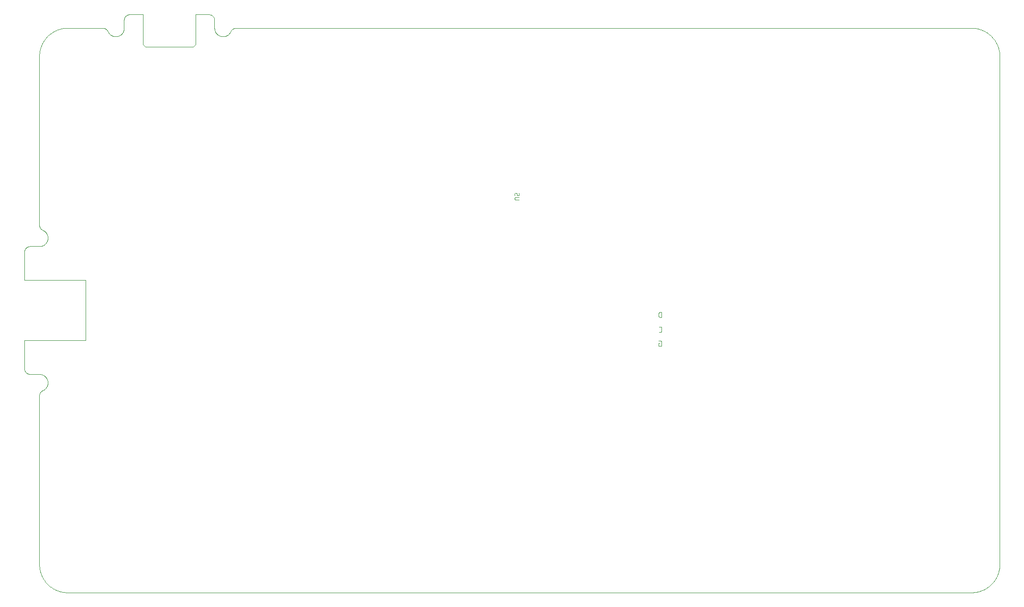
<source format=gbo>
G75*
%MOIN*%
%OFA0B0*%
%FSLAX25Y25*%
%IPPOS*%
%LPD*%
%AMOC8*
5,1,8,0,0,1.08239X$1,22.5*
%
%ADD10C,0.00300*%
%ADD11C,0.00004*%
%ADD12C,0.00000*%
D10*
X0480791Y0183933D02*
X0482024Y0183933D01*
X0482024Y0183934D02*
X0482080Y0183936D01*
X0482136Y0183942D01*
X0482191Y0183951D01*
X0482246Y0183964D01*
X0482299Y0183981D01*
X0482351Y0184002D01*
X0482402Y0184026D01*
X0482451Y0184054D01*
X0482498Y0184084D01*
X0482543Y0184118D01*
X0482585Y0184155D01*
X0482625Y0184195D01*
X0482662Y0184237D01*
X0482696Y0184282D01*
X0482726Y0184329D01*
X0482754Y0184378D01*
X0482778Y0184429D01*
X0482799Y0184481D01*
X0482816Y0184534D01*
X0482829Y0184589D01*
X0482838Y0184644D01*
X0482844Y0184700D01*
X0482846Y0184756D01*
X0482846Y0186811D01*
X0482844Y0186867D01*
X0482838Y0186923D01*
X0482829Y0186978D01*
X0482816Y0187033D01*
X0482799Y0187086D01*
X0482778Y0187138D01*
X0482754Y0187189D01*
X0482726Y0187238D01*
X0482696Y0187285D01*
X0482662Y0187330D01*
X0482625Y0187372D01*
X0482585Y0187412D01*
X0482543Y0187449D01*
X0482498Y0187483D01*
X0482451Y0187513D01*
X0482402Y0187541D01*
X0482351Y0187565D01*
X0482299Y0187586D01*
X0482246Y0187603D01*
X0482191Y0187616D01*
X0482136Y0187625D01*
X0482080Y0187631D01*
X0482024Y0187633D01*
X0480791Y0187633D01*
X0480791Y0185989D02*
X0480791Y0183933D01*
X0480791Y0185989D02*
X0481407Y0185989D01*
X0481202Y0193776D02*
X0482024Y0193776D01*
X0482080Y0193778D01*
X0482136Y0193784D01*
X0482191Y0193793D01*
X0482246Y0193806D01*
X0482299Y0193823D01*
X0482351Y0193844D01*
X0482402Y0193868D01*
X0482451Y0193896D01*
X0482498Y0193926D01*
X0482543Y0193960D01*
X0482585Y0193997D01*
X0482625Y0194037D01*
X0482662Y0194079D01*
X0482696Y0194124D01*
X0482726Y0194171D01*
X0482754Y0194220D01*
X0482778Y0194271D01*
X0482799Y0194323D01*
X0482816Y0194376D01*
X0482829Y0194431D01*
X0482838Y0194486D01*
X0482844Y0194542D01*
X0482846Y0194598D01*
X0482846Y0196654D01*
X0482844Y0196710D01*
X0482838Y0196766D01*
X0482829Y0196821D01*
X0482816Y0196876D01*
X0482799Y0196929D01*
X0482778Y0196981D01*
X0482754Y0197032D01*
X0482726Y0197081D01*
X0482696Y0197128D01*
X0482662Y0197173D01*
X0482625Y0197215D01*
X0482585Y0197255D01*
X0482543Y0197292D01*
X0482498Y0197326D01*
X0482451Y0197356D01*
X0482402Y0197384D01*
X0482351Y0197408D01*
X0482299Y0197429D01*
X0482246Y0197446D01*
X0482191Y0197459D01*
X0482136Y0197468D01*
X0482080Y0197474D01*
X0482024Y0197476D01*
X0481202Y0197476D01*
X0481818Y0204012D02*
X0482846Y0204012D01*
X0482846Y0207712D01*
X0481818Y0207712D01*
X0481756Y0207710D01*
X0481694Y0207705D01*
X0481633Y0207695D01*
X0481572Y0207682D01*
X0481512Y0207665D01*
X0481453Y0207645D01*
X0481396Y0207621D01*
X0481340Y0207594D01*
X0481286Y0207564D01*
X0481234Y0207530D01*
X0481184Y0207493D01*
X0481136Y0207453D01*
X0481091Y0207411D01*
X0481049Y0207366D01*
X0481009Y0207318D01*
X0480972Y0207268D01*
X0480938Y0207216D01*
X0480908Y0207162D01*
X0480881Y0207106D01*
X0480857Y0207049D01*
X0480837Y0206990D01*
X0480820Y0206930D01*
X0480807Y0206869D01*
X0480797Y0206808D01*
X0480792Y0206746D01*
X0480790Y0206684D01*
X0480791Y0206684D02*
X0480791Y0205040D01*
X0480790Y0205040D02*
X0480792Y0204978D01*
X0480797Y0204916D01*
X0480807Y0204855D01*
X0480820Y0204794D01*
X0480837Y0204734D01*
X0480857Y0204675D01*
X0480881Y0204618D01*
X0480908Y0204562D01*
X0480938Y0204508D01*
X0480972Y0204456D01*
X0481009Y0204406D01*
X0481049Y0204358D01*
X0481091Y0204313D01*
X0481136Y0204271D01*
X0481184Y0204231D01*
X0481234Y0204194D01*
X0481286Y0204160D01*
X0481340Y0204130D01*
X0481396Y0204103D01*
X0481453Y0204079D01*
X0481512Y0204059D01*
X0481572Y0204042D01*
X0481633Y0204029D01*
X0481694Y0204019D01*
X0481756Y0204014D01*
X0481818Y0204012D01*
X0383240Y0286133D02*
X0381145Y0286133D01*
X0381090Y0286135D01*
X0381035Y0286141D01*
X0380981Y0286150D01*
X0380928Y0286163D01*
X0380875Y0286180D01*
X0380824Y0286200D01*
X0380774Y0286223D01*
X0380726Y0286250D01*
X0380680Y0286281D01*
X0380636Y0286314D01*
X0380595Y0286350D01*
X0380556Y0286389D01*
X0380520Y0286430D01*
X0380487Y0286474D01*
X0380456Y0286520D01*
X0380429Y0286568D01*
X0380406Y0286618D01*
X0380386Y0286669D01*
X0380369Y0286722D01*
X0380356Y0286775D01*
X0380347Y0286829D01*
X0380341Y0286884D01*
X0380339Y0286939D01*
X0380341Y0286994D01*
X0380347Y0287049D01*
X0380356Y0287103D01*
X0380369Y0287156D01*
X0380386Y0287209D01*
X0380406Y0287260D01*
X0380429Y0287310D01*
X0380456Y0287358D01*
X0380487Y0287404D01*
X0380520Y0287448D01*
X0380556Y0287489D01*
X0380595Y0287528D01*
X0380636Y0287564D01*
X0380680Y0287597D01*
X0380726Y0287628D01*
X0380774Y0287655D01*
X0380824Y0287678D01*
X0380875Y0287698D01*
X0380928Y0287715D01*
X0380981Y0287728D01*
X0381035Y0287737D01*
X0381090Y0287743D01*
X0381145Y0287745D01*
X0381145Y0287744D02*
X0383240Y0287744D01*
X0383240Y0289109D02*
X0383240Y0290720D01*
X0381951Y0290076D02*
X0381951Y0289109D01*
X0383240Y0289109D01*
X0381950Y0290076D02*
X0381948Y0290124D01*
X0381943Y0290172D01*
X0381934Y0290219D01*
X0381921Y0290266D01*
X0381905Y0290311D01*
X0381886Y0290355D01*
X0381864Y0290398D01*
X0381838Y0290439D01*
X0381809Y0290478D01*
X0381778Y0290514D01*
X0381744Y0290548D01*
X0381708Y0290579D01*
X0381669Y0290608D01*
X0381628Y0290634D01*
X0381585Y0290656D01*
X0381541Y0290675D01*
X0381496Y0290691D01*
X0381449Y0290704D01*
X0381402Y0290713D01*
X0381354Y0290718D01*
X0381306Y0290720D01*
X0380984Y0290720D01*
X0380933Y0290718D01*
X0380883Y0290712D01*
X0380834Y0290702D01*
X0380785Y0290688D01*
X0380738Y0290671D01*
X0380692Y0290650D01*
X0380648Y0290625D01*
X0380605Y0290597D01*
X0380566Y0290566D01*
X0380529Y0290531D01*
X0380494Y0290494D01*
X0380463Y0290455D01*
X0380435Y0290412D01*
X0380410Y0290368D01*
X0380389Y0290322D01*
X0380372Y0290275D01*
X0380358Y0290226D01*
X0380348Y0290177D01*
X0380342Y0290127D01*
X0380340Y0290076D01*
X0380340Y0289109D01*
D11*
X0049138Y0149467D02*
X0049138Y0031815D01*
X0049144Y0031339D01*
X0049161Y0030864D01*
X0049190Y0030389D01*
X0049230Y0029915D01*
X0049282Y0029442D01*
X0049345Y0028971D01*
X0049419Y0028501D01*
X0049505Y0028033D01*
X0049602Y0027567D01*
X0049710Y0027104D01*
X0049829Y0026644D01*
X0049960Y0026186D01*
X0050101Y0025732D01*
X0050254Y0025281D01*
X0050417Y0024835D01*
X0050591Y0024392D01*
X0050776Y0023954D01*
X0050971Y0023520D01*
X0051177Y0023091D01*
X0051393Y0022667D01*
X0051619Y0022248D01*
X0051855Y0021835D01*
X0052101Y0021428D01*
X0052357Y0021027D01*
X0052623Y0020633D01*
X0052898Y0020244D01*
X0053182Y0019863D01*
X0053475Y0019489D01*
X0053777Y0019121D01*
X0054089Y0018761D01*
X0054408Y0018409D01*
X0054736Y0018065D01*
X0055073Y0017728D01*
X0055417Y0017400D01*
X0055769Y0017081D01*
X0056129Y0016769D01*
X0056497Y0016467D01*
X0056871Y0016174D01*
X0057252Y0015890D01*
X0057641Y0015615D01*
X0058035Y0015349D01*
X0058436Y0015093D01*
X0058843Y0014847D01*
X0059256Y0014611D01*
X0059675Y0014385D01*
X0060099Y0014169D01*
X0060528Y0013963D01*
X0060962Y0013768D01*
X0061400Y0013583D01*
X0061843Y0013409D01*
X0062289Y0013246D01*
X0062740Y0013093D01*
X0063194Y0012952D01*
X0063652Y0012821D01*
X0064112Y0012702D01*
X0064575Y0012594D01*
X0065041Y0012497D01*
X0065509Y0012411D01*
X0065979Y0012337D01*
X0066450Y0012274D01*
X0066923Y0012222D01*
X0067397Y0012182D01*
X0067872Y0012153D01*
X0068347Y0012136D01*
X0068823Y0012130D01*
X0698744Y0012130D01*
X0699220Y0012136D01*
X0699695Y0012153D01*
X0700170Y0012182D01*
X0700644Y0012222D01*
X0701117Y0012274D01*
X0701588Y0012337D01*
X0702058Y0012411D01*
X0702526Y0012497D01*
X0702992Y0012594D01*
X0703455Y0012702D01*
X0703915Y0012821D01*
X0704373Y0012952D01*
X0704827Y0013093D01*
X0705278Y0013246D01*
X0705724Y0013409D01*
X0706167Y0013583D01*
X0706605Y0013768D01*
X0707039Y0013963D01*
X0707468Y0014169D01*
X0707892Y0014385D01*
X0708311Y0014611D01*
X0708724Y0014847D01*
X0709131Y0015093D01*
X0709532Y0015349D01*
X0709926Y0015615D01*
X0710315Y0015890D01*
X0710696Y0016174D01*
X0711070Y0016467D01*
X0711438Y0016769D01*
X0711798Y0017081D01*
X0712150Y0017400D01*
X0712494Y0017728D01*
X0712831Y0018065D01*
X0713159Y0018409D01*
X0713478Y0018761D01*
X0713790Y0019121D01*
X0714092Y0019489D01*
X0714385Y0019863D01*
X0714669Y0020244D01*
X0714944Y0020633D01*
X0715210Y0021027D01*
X0715466Y0021428D01*
X0715712Y0021835D01*
X0715948Y0022248D01*
X0716174Y0022667D01*
X0716390Y0023091D01*
X0716596Y0023520D01*
X0716791Y0023954D01*
X0716976Y0024392D01*
X0717150Y0024835D01*
X0717313Y0025281D01*
X0717466Y0025732D01*
X0717607Y0026186D01*
X0717738Y0026644D01*
X0717857Y0027104D01*
X0717965Y0027567D01*
X0718062Y0028033D01*
X0718148Y0028501D01*
X0718222Y0028971D01*
X0718285Y0029442D01*
X0718337Y0029915D01*
X0718377Y0030389D01*
X0718406Y0030864D01*
X0718423Y0031339D01*
X0718429Y0031815D01*
X0718429Y0386146D01*
X0718423Y0386622D01*
X0718406Y0387097D01*
X0718377Y0387572D01*
X0718337Y0388046D01*
X0718285Y0388519D01*
X0718222Y0388990D01*
X0718148Y0389460D01*
X0718062Y0389928D01*
X0717965Y0390394D01*
X0717857Y0390857D01*
X0717738Y0391317D01*
X0717607Y0391775D01*
X0717466Y0392229D01*
X0717313Y0392680D01*
X0717150Y0393126D01*
X0716976Y0393569D01*
X0716791Y0394007D01*
X0716596Y0394441D01*
X0716390Y0394870D01*
X0716174Y0395294D01*
X0715948Y0395713D01*
X0715712Y0396126D01*
X0715466Y0396533D01*
X0715210Y0396934D01*
X0714944Y0397328D01*
X0714669Y0397717D01*
X0714385Y0398098D01*
X0714092Y0398472D01*
X0713790Y0398840D01*
X0713478Y0399200D01*
X0713159Y0399552D01*
X0712831Y0399896D01*
X0712494Y0400233D01*
X0712150Y0400561D01*
X0711798Y0400880D01*
X0711438Y0401192D01*
X0711070Y0401494D01*
X0710696Y0401787D01*
X0710315Y0402071D01*
X0709926Y0402346D01*
X0709532Y0402612D01*
X0709131Y0402868D01*
X0708724Y0403114D01*
X0708311Y0403350D01*
X0707892Y0403576D01*
X0707468Y0403792D01*
X0707039Y0403998D01*
X0706605Y0404193D01*
X0706167Y0404378D01*
X0705724Y0404552D01*
X0705278Y0404715D01*
X0704827Y0404868D01*
X0704373Y0405009D01*
X0703915Y0405140D01*
X0703455Y0405259D01*
X0702992Y0405367D01*
X0702526Y0405464D01*
X0702058Y0405550D01*
X0701588Y0405624D01*
X0701117Y0405687D01*
X0700644Y0405739D01*
X0700170Y0405779D01*
X0699695Y0405808D01*
X0699220Y0405825D01*
X0698744Y0405831D01*
X0186111Y0405831D01*
X0185988Y0405829D01*
X0185864Y0405823D01*
X0185741Y0405814D01*
X0185619Y0405800D01*
X0185497Y0405783D01*
X0185375Y0405762D01*
X0185254Y0405737D01*
X0185134Y0405708D01*
X0185015Y0405676D01*
X0184898Y0405639D01*
X0184781Y0405599D01*
X0184665Y0405556D01*
X0184551Y0405509D01*
X0184439Y0405458D01*
X0184328Y0405404D01*
X0184219Y0405347D01*
X0184112Y0405286D01*
X0184006Y0405221D01*
X0183903Y0405154D01*
X0183802Y0405083D01*
X0183703Y0405009D01*
X0183607Y0404932D01*
X0183513Y0404852D01*
X0183422Y0404769D01*
X0183333Y0404684D01*
X0183247Y0404595D01*
X0183164Y0404504D01*
X0183083Y0404411D01*
X0183006Y0404315D01*
X0182932Y0404216D01*
X0182861Y0404115D01*
X0182793Y0404013D01*
X0182728Y0403908D01*
X0182666Y0403801D01*
X0182608Y0403692D01*
X0182554Y0403581D01*
X0182503Y0403469D01*
X0182504Y0403469D02*
X0182441Y0403330D01*
X0182375Y0403193D01*
X0182305Y0403058D01*
X0182232Y0402924D01*
X0182156Y0402793D01*
X0182076Y0402664D01*
X0181993Y0402536D01*
X0181906Y0402411D01*
X0181816Y0402288D01*
X0181724Y0402168D01*
X0181628Y0402050D01*
X0181529Y0401934D01*
X0181427Y0401821D01*
X0181322Y0401711D01*
X0181215Y0401603D01*
X0181105Y0401498D01*
X0180992Y0401396D01*
X0180876Y0401297D01*
X0180758Y0401201D01*
X0180638Y0401109D01*
X0180515Y0401019D01*
X0180390Y0400932D01*
X0180263Y0400849D01*
X0180133Y0400769D01*
X0180002Y0400692D01*
X0179869Y0400619D01*
X0179733Y0400549D01*
X0179597Y0400483D01*
X0179458Y0400420D01*
X0179318Y0400361D01*
X0179176Y0400305D01*
X0179033Y0400254D01*
X0178889Y0400205D01*
X0178744Y0400161D01*
X0178597Y0400120D01*
X0178449Y0400083D01*
X0178301Y0400050D01*
X0178152Y0400021D01*
X0178002Y0399996D01*
X0177851Y0399974D01*
X0177700Y0399956D01*
X0177549Y0399943D01*
X0177397Y0399933D01*
X0177245Y0399927D01*
X0177093Y0399925D01*
X0176941Y0399927D01*
X0176789Y0399933D01*
X0176637Y0399942D01*
X0176485Y0399956D01*
X0176334Y0399974D01*
X0176184Y0399995D01*
X0176034Y0400020D01*
X0175884Y0400050D01*
X0175736Y0400083D01*
X0175588Y0400119D01*
X0175442Y0400160D01*
X0175296Y0400204D01*
X0175152Y0400252D01*
X0175009Y0400304D01*
X0174867Y0400360D01*
X0174727Y0400419D01*
X0174588Y0400481D01*
X0174452Y0400548D01*
X0174316Y0400617D01*
X0174183Y0400691D01*
X0174052Y0400767D01*
X0173922Y0400847D01*
X0173795Y0400930D01*
X0173670Y0401017D01*
X0173547Y0401107D01*
X0173426Y0401199D01*
X0173308Y0401295D01*
X0173193Y0401394D01*
X0173080Y0401496D01*
X0172970Y0401601D01*
X0172862Y0401708D01*
X0172757Y0401819D01*
X0172655Y0401932D01*
X0172556Y0402047D01*
X0172460Y0402165D01*
X0172368Y0402286D01*
X0172278Y0402408D01*
X0172191Y0402533D01*
X0172108Y0402661D01*
X0172028Y0402790D01*
X0171951Y0402921D01*
X0171878Y0403055D01*
X0171808Y0403190D01*
X0171742Y0403327D01*
X0171679Y0403465D01*
X0171620Y0403606D01*
X0171565Y0403747D01*
X0171513Y0403890D01*
X0171465Y0404035D01*
X0171420Y0404180D01*
X0171380Y0404327D01*
X0171343Y0404474D01*
X0171310Y0404623D01*
X0171281Y0404772D01*
X0171255Y0404922D01*
X0171234Y0405072D01*
X0171216Y0405224D01*
X0171203Y0405375D01*
X0171193Y0405527D01*
X0171187Y0405679D01*
X0171185Y0405831D01*
X0171185Y0411343D01*
X0171183Y0411467D01*
X0171177Y0411590D01*
X0171168Y0411714D01*
X0171154Y0411836D01*
X0171137Y0411959D01*
X0171115Y0412081D01*
X0171090Y0412202D01*
X0171061Y0412322D01*
X0171029Y0412441D01*
X0170992Y0412560D01*
X0170952Y0412677D01*
X0170909Y0412792D01*
X0170861Y0412907D01*
X0170810Y0413019D01*
X0170756Y0413130D01*
X0170698Y0413240D01*
X0170637Y0413347D01*
X0170572Y0413453D01*
X0170504Y0413556D01*
X0170433Y0413657D01*
X0170359Y0413756D01*
X0170282Y0413853D01*
X0170201Y0413947D01*
X0170118Y0414038D01*
X0170032Y0414127D01*
X0169943Y0414213D01*
X0169852Y0414296D01*
X0169758Y0414377D01*
X0169661Y0414454D01*
X0169562Y0414528D01*
X0169461Y0414599D01*
X0169358Y0414667D01*
X0169252Y0414732D01*
X0169145Y0414793D01*
X0169035Y0414851D01*
X0168924Y0414905D01*
X0168812Y0414956D01*
X0168697Y0415004D01*
X0168582Y0415047D01*
X0168465Y0415087D01*
X0168346Y0415124D01*
X0168227Y0415156D01*
X0168107Y0415185D01*
X0167986Y0415210D01*
X0167864Y0415232D01*
X0167741Y0415249D01*
X0167619Y0415263D01*
X0167495Y0415272D01*
X0167372Y0415278D01*
X0167248Y0415280D01*
X0158094Y0415280D01*
X0121283Y0415280D02*
X0112130Y0415280D01*
X0112006Y0415278D01*
X0111883Y0415272D01*
X0111759Y0415263D01*
X0111637Y0415249D01*
X0111514Y0415232D01*
X0111392Y0415210D01*
X0111271Y0415185D01*
X0111151Y0415156D01*
X0111032Y0415124D01*
X0110913Y0415087D01*
X0110796Y0415047D01*
X0110681Y0415004D01*
X0110566Y0414956D01*
X0110454Y0414905D01*
X0110343Y0414851D01*
X0110233Y0414793D01*
X0110126Y0414732D01*
X0110020Y0414667D01*
X0109917Y0414599D01*
X0109816Y0414528D01*
X0109717Y0414454D01*
X0109620Y0414377D01*
X0109526Y0414296D01*
X0109435Y0414213D01*
X0109346Y0414127D01*
X0109260Y0414038D01*
X0109177Y0413947D01*
X0109096Y0413853D01*
X0109019Y0413756D01*
X0108945Y0413657D01*
X0108874Y0413556D01*
X0108806Y0413453D01*
X0108741Y0413347D01*
X0108680Y0413240D01*
X0108622Y0413130D01*
X0108568Y0413019D01*
X0108517Y0412907D01*
X0108469Y0412792D01*
X0108426Y0412677D01*
X0108386Y0412560D01*
X0108349Y0412441D01*
X0108317Y0412322D01*
X0108288Y0412202D01*
X0108263Y0412081D01*
X0108241Y0411959D01*
X0108224Y0411836D01*
X0108210Y0411714D01*
X0108201Y0411590D01*
X0108195Y0411467D01*
X0108193Y0411343D01*
X0108193Y0405831D01*
X0108191Y0405679D01*
X0108185Y0405527D01*
X0108175Y0405375D01*
X0108162Y0405224D01*
X0108144Y0405072D01*
X0108123Y0404922D01*
X0108097Y0404772D01*
X0108068Y0404623D01*
X0108035Y0404474D01*
X0107998Y0404327D01*
X0107958Y0404180D01*
X0107913Y0404035D01*
X0107865Y0403890D01*
X0107813Y0403747D01*
X0107758Y0403606D01*
X0107699Y0403465D01*
X0107636Y0403327D01*
X0107570Y0403190D01*
X0107500Y0403055D01*
X0107427Y0402921D01*
X0107350Y0402790D01*
X0107270Y0402661D01*
X0107187Y0402533D01*
X0107100Y0402408D01*
X0107010Y0402286D01*
X0106918Y0402165D01*
X0106822Y0402047D01*
X0106723Y0401932D01*
X0106621Y0401819D01*
X0106516Y0401708D01*
X0106408Y0401601D01*
X0106298Y0401496D01*
X0106185Y0401394D01*
X0106070Y0401295D01*
X0105952Y0401199D01*
X0105831Y0401107D01*
X0105708Y0401017D01*
X0105583Y0400930D01*
X0105456Y0400847D01*
X0105326Y0400767D01*
X0105195Y0400691D01*
X0105062Y0400617D01*
X0104926Y0400548D01*
X0104790Y0400481D01*
X0104651Y0400419D01*
X0104511Y0400360D01*
X0104369Y0400304D01*
X0104226Y0400252D01*
X0104082Y0400204D01*
X0103936Y0400160D01*
X0103790Y0400119D01*
X0103642Y0400083D01*
X0103494Y0400050D01*
X0103344Y0400020D01*
X0103194Y0399995D01*
X0103044Y0399974D01*
X0102893Y0399956D01*
X0102741Y0399942D01*
X0102589Y0399933D01*
X0102437Y0399927D01*
X0102285Y0399925D01*
X0102133Y0399927D01*
X0101981Y0399933D01*
X0101829Y0399943D01*
X0101678Y0399956D01*
X0101527Y0399974D01*
X0101376Y0399996D01*
X0101226Y0400021D01*
X0101077Y0400050D01*
X0100929Y0400083D01*
X0100781Y0400120D01*
X0100634Y0400161D01*
X0100489Y0400205D01*
X0100345Y0400254D01*
X0100202Y0400305D01*
X0100060Y0400361D01*
X0099920Y0400420D01*
X0099781Y0400483D01*
X0099645Y0400549D01*
X0099509Y0400619D01*
X0099376Y0400692D01*
X0099245Y0400769D01*
X0099115Y0400849D01*
X0098988Y0400932D01*
X0098863Y0401019D01*
X0098740Y0401109D01*
X0098620Y0401201D01*
X0098502Y0401297D01*
X0098386Y0401396D01*
X0098273Y0401498D01*
X0098163Y0401603D01*
X0098056Y0401711D01*
X0097951Y0401821D01*
X0097849Y0401934D01*
X0097750Y0402050D01*
X0097654Y0402168D01*
X0097562Y0402288D01*
X0097472Y0402411D01*
X0097385Y0402536D01*
X0097302Y0402664D01*
X0097222Y0402793D01*
X0097146Y0402924D01*
X0097073Y0403058D01*
X0097003Y0403193D01*
X0096937Y0403330D01*
X0096874Y0403469D01*
X0096875Y0403469D02*
X0096824Y0403581D01*
X0096770Y0403692D01*
X0096712Y0403801D01*
X0096650Y0403908D01*
X0096585Y0404013D01*
X0096517Y0404115D01*
X0096446Y0404216D01*
X0096372Y0404315D01*
X0096295Y0404411D01*
X0096214Y0404504D01*
X0096131Y0404595D01*
X0096045Y0404684D01*
X0095956Y0404769D01*
X0095865Y0404852D01*
X0095771Y0404932D01*
X0095675Y0405009D01*
X0095576Y0405083D01*
X0095475Y0405154D01*
X0095372Y0405221D01*
X0095266Y0405286D01*
X0095159Y0405347D01*
X0095050Y0405404D01*
X0094939Y0405458D01*
X0094827Y0405509D01*
X0094713Y0405556D01*
X0094597Y0405599D01*
X0094480Y0405639D01*
X0094363Y0405676D01*
X0094244Y0405708D01*
X0094124Y0405737D01*
X0094003Y0405762D01*
X0093881Y0405783D01*
X0093759Y0405800D01*
X0093637Y0405814D01*
X0093514Y0405823D01*
X0093390Y0405829D01*
X0093267Y0405831D01*
X0068823Y0405831D01*
X0068347Y0405825D01*
X0067872Y0405808D01*
X0067397Y0405779D01*
X0066923Y0405739D01*
X0066450Y0405687D01*
X0065979Y0405624D01*
X0065509Y0405550D01*
X0065041Y0405464D01*
X0064575Y0405367D01*
X0064112Y0405259D01*
X0063652Y0405140D01*
X0063194Y0405009D01*
X0062740Y0404868D01*
X0062289Y0404715D01*
X0061843Y0404552D01*
X0061400Y0404378D01*
X0060962Y0404193D01*
X0060528Y0403998D01*
X0060099Y0403792D01*
X0059675Y0403576D01*
X0059256Y0403350D01*
X0058843Y0403114D01*
X0058436Y0402868D01*
X0058035Y0402612D01*
X0057641Y0402346D01*
X0057252Y0402071D01*
X0056871Y0401787D01*
X0056497Y0401494D01*
X0056129Y0401192D01*
X0055769Y0400880D01*
X0055417Y0400561D01*
X0055073Y0400233D01*
X0054736Y0399896D01*
X0054408Y0399552D01*
X0054089Y0399200D01*
X0053777Y0398840D01*
X0053475Y0398472D01*
X0053182Y0398098D01*
X0052898Y0397717D01*
X0052623Y0397328D01*
X0052357Y0396934D01*
X0052101Y0396533D01*
X0051855Y0396126D01*
X0051619Y0395713D01*
X0051393Y0395294D01*
X0051177Y0394870D01*
X0050971Y0394441D01*
X0050776Y0394007D01*
X0050591Y0393569D01*
X0050417Y0393126D01*
X0050254Y0392680D01*
X0050101Y0392229D01*
X0049960Y0391775D01*
X0049829Y0391317D01*
X0049710Y0390857D01*
X0049602Y0390394D01*
X0049505Y0389928D01*
X0049419Y0389460D01*
X0049345Y0388990D01*
X0049282Y0388519D01*
X0049230Y0388046D01*
X0049190Y0387572D01*
X0049161Y0387097D01*
X0049144Y0386622D01*
X0049138Y0386146D01*
X0049138Y0268493D01*
X0049140Y0268370D01*
X0049146Y0268246D01*
X0049155Y0268123D01*
X0049169Y0268001D01*
X0049186Y0267879D01*
X0049207Y0267757D01*
X0049232Y0267636D01*
X0049261Y0267516D01*
X0049293Y0267397D01*
X0049330Y0267280D01*
X0049370Y0267163D01*
X0049413Y0267047D01*
X0049460Y0266933D01*
X0049511Y0266821D01*
X0049565Y0266710D01*
X0049622Y0266601D01*
X0049683Y0266494D01*
X0049748Y0266388D01*
X0049815Y0266285D01*
X0049886Y0266184D01*
X0049960Y0266085D01*
X0050037Y0265989D01*
X0050117Y0265895D01*
X0050200Y0265804D01*
X0050285Y0265715D01*
X0050374Y0265629D01*
X0050465Y0265546D01*
X0050558Y0265465D01*
X0050654Y0265388D01*
X0050753Y0265314D01*
X0050854Y0265243D01*
X0050956Y0265175D01*
X0051061Y0265110D01*
X0051168Y0265048D01*
X0051277Y0264990D01*
X0051388Y0264936D01*
X0051500Y0264885D01*
X0051639Y0264822D01*
X0051776Y0264756D01*
X0051911Y0264686D01*
X0052045Y0264613D01*
X0052176Y0264537D01*
X0052305Y0264457D01*
X0052433Y0264374D01*
X0052558Y0264287D01*
X0052681Y0264197D01*
X0052801Y0264105D01*
X0052919Y0264009D01*
X0053035Y0263910D01*
X0053148Y0263808D01*
X0053258Y0263703D01*
X0053366Y0263596D01*
X0053471Y0263486D01*
X0053573Y0263373D01*
X0053672Y0263257D01*
X0053768Y0263139D01*
X0053860Y0263019D01*
X0053950Y0262896D01*
X0054037Y0262771D01*
X0054120Y0262644D01*
X0054200Y0262514D01*
X0054277Y0262383D01*
X0054350Y0262250D01*
X0054420Y0262114D01*
X0054486Y0261978D01*
X0054549Y0261839D01*
X0054608Y0261699D01*
X0054664Y0261557D01*
X0054715Y0261414D01*
X0054764Y0261270D01*
X0054808Y0261125D01*
X0054849Y0260978D01*
X0054886Y0260830D01*
X0054919Y0260682D01*
X0054948Y0260533D01*
X0054973Y0260383D01*
X0054995Y0260232D01*
X0055013Y0260081D01*
X0055026Y0259930D01*
X0055036Y0259778D01*
X0055042Y0259626D01*
X0055044Y0259474D01*
X0055042Y0259322D01*
X0055036Y0259170D01*
X0055027Y0259018D01*
X0055013Y0258866D01*
X0054995Y0258715D01*
X0054974Y0258565D01*
X0054949Y0258415D01*
X0054919Y0258265D01*
X0054886Y0258117D01*
X0054850Y0257969D01*
X0054809Y0257823D01*
X0054765Y0257677D01*
X0054717Y0257533D01*
X0054665Y0257390D01*
X0054609Y0257248D01*
X0054550Y0257108D01*
X0054488Y0256969D01*
X0054421Y0256833D01*
X0054352Y0256697D01*
X0054278Y0256564D01*
X0054202Y0256433D01*
X0054122Y0256303D01*
X0054039Y0256176D01*
X0053952Y0256051D01*
X0053862Y0255928D01*
X0053770Y0255807D01*
X0053674Y0255689D01*
X0053575Y0255574D01*
X0053473Y0255461D01*
X0053368Y0255351D01*
X0053261Y0255243D01*
X0053150Y0255138D01*
X0053037Y0255036D01*
X0052922Y0254937D01*
X0052804Y0254841D01*
X0052683Y0254749D01*
X0052561Y0254659D01*
X0052436Y0254572D01*
X0052308Y0254489D01*
X0052179Y0254409D01*
X0052048Y0254332D01*
X0051914Y0254259D01*
X0051779Y0254189D01*
X0051642Y0254123D01*
X0051504Y0254060D01*
X0051363Y0254001D01*
X0051222Y0253946D01*
X0051079Y0253894D01*
X0050934Y0253846D01*
X0050789Y0253801D01*
X0050642Y0253761D01*
X0050495Y0253724D01*
X0050346Y0253691D01*
X0050197Y0253662D01*
X0050047Y0253636D01*
X0049897Y0253615D01*
X0049745Y0253597D01*
X0049594Y0253584D01*
X0049442Y0253574D01*
X0049290Y0253568D01*
X0049138Y0253566D01*
X0049138Y0253567D02*
X0042642Y0253567D01*
X0042518Y0253565D01*
X0042395Y0253559D01*
X0042271Y0253550D01*
X0042149Y0253536D01*
X0042026Y0253519D01*
X0041904Y0253497D01*
X0041783Y0253472D01*
X0041663Y0253443D01*
X0041544Y0253411D01*
X0041425Y0253374D01*
X0041308Y0253334D01*
X0041193Y0253291D01*
X0041078Y0253243D01*
X0040966Y0253192D01*
X0040855Y0253138D01*
X0040745Y0253080D01*
X0040638Y0253019D01*
X0040532Y0252954D01*
X0040429Y0252886D01*
X0040328Y0252815D01*
X0040229Y0252741D01*
X0040132Y0252664D01*
X0040038Y0252583D01*
X0039947Y0252500D01*
X0039858Y0252414D01*
X0039772Y0252325D01*
X0039689Y0252234D01*
X0039608Y0252140D01*
X0039531Y0252043D01*
X0039457Y0251944D01*
X0039386Y0251843D01*
X0039318Y0251740D01*
X0039253Y0251634D01*
X0039192Y0251527D01*
X0039134Y0251417D01*
X0039080Y0251306D01*
X0039029Y0251194D01*
X0038981Y0251079D01*
X0038938Y0250964D01*
X0038898Y0250847D01*
X0038861Y0250728D01*
X0038829Y0250609D01*
X0038800Y0250489D01*
X0038775Y0250368D01*
X0038753Y0250246D01*
X0038736Y0250123D01*
X0038722Y0250001D01*
X0038713Y0249877D01*
X0038707Y0249754D01*
X0038705Y0249630D01*
X0038705Y0229945D01*
X0038705Y0188016D02*
X0038705Y0168331D01*
X0038707Y0168207D01*
X0038713Y0168084D01*
X0038722Y0167960D01*
X0038736Y0167838D01*
X0038753Y0167715D01*
X0038775Y0167593D01*
X0038800Y0167472D01*
X0038829Y0167352D01*
X0038861Y0167233D01*
X0038898Y0167114D01*
X0038938Y0166997D01*
X0038981Y0166882D01*
X0039029Y0166767D01*
X0039080Y0166655D01*
X0039134Y0166544D01*
X0039192Y0166434D01*
X0039253Y0166327D01*
X0039318Y0166221D01*
X0039386Y0166118D01*
X0039457Y0166017D01*
X0039531Y0165918D01*
X0039608Y0165821D01*
X0039689Y0165727D01*
X0039772Y0165636D01*
X0039858Y0165547D01*
X0039947Y0165461D01*
X0040038Y0165378D01*
X0040132Y0165297D01*
X0040229Y0165220D01*
X0040328Y0165146D01*
X0040429Y0165075D01*
X0040532Y0165007D01*
X0040638Y0164942D01*
X0040745Y0164881D01*
X0040855Y0164823D01*
X0040966Y0164769D01*
X0041078Y0164718D01*
X0041193Y0164670D01*
X0041308Y0164627D01*
X0041425Y0164587D01*
X0041544Y0164550D01*
X0041663Y0164518D01*
X0041783Y0164489D01*
X0041904Y0164464D01*
X0042026Y0164442D01*
X0042149Y0164425D01*
X0042271Y0164411D01*
X0042395Y0164402D01*
X0042518Y0164396D01*
X0042642Y0164394D01*
X0049138Y0164394D01*
X0049290Y0164392D01*
X0049442Y0164386D01*
X0049594Y0164376D01*
X0049745Y0164363D01*
X0049897Y0164345D01*
X0050047Y0164324D01*
X0050197Y0164298D01*
X0050346Y0164269D01*
X0050495Y0164236D01*
X0050642Y0164199D01*
X0050789Y0164159D01*
X0050934Y0164114D01*
X0051079Y0164066D01*
X0051222Y0164014D01*
X0051363Y0163959D01*
X0051504Y0163900D01*
X0051642Y0163837D01*
X0051779Y0163771D01*
X0051914Y0163701D01*
X0052048Y0163628D01*
X0052179Y0163551D01*
X0052308Y0163471D01*
X0052436Y0163388D01*
X0052561Y0163301D01*
X0052683Y0163211D01*
X0052804Y0163119D01*
X0052922Y0163023D01*
X0053037Y0162924D01*
X0053150Y0162822D01*
X0053261Y0162717D01*
X0053368Y0162609D01*
X0053473Y0162499D01*
X0053575Y0162386D01*
X0053674Y0162271D01*
X0053770Y0162153D01*
X0053862Y0162032D01*
X0053952Y0161909D01*
X0054039Y0161784D01*
X0054122Y0161657D01*
X0054202Y0161527D01*
X0054278Y0161396D01*
X0054352Y0161263D01*
X0054421Y0161127D01*
X0054488Y0160991D01*
X0054550Y0160852D01*
X0054609Y0160712D01*
X0054665Y0160570D01*
X0054717Y0160427D01*
X0054765Y0160283D01*
X0054809Y0160137D01*
X0054850Y0159991D01*
X0054886Y0159843D01*
X0054919Y0159695D01*
X0054949Y0159545D01*
X0054974Y0159395D01*
X0054995Y0159245D01*
X0055013Y0159094D01*
X0055027Y0158942D01*
X0055036Y0158790D01*
X0055042Y0158638D01*
X0055044Y0158486D01*
X0055042Y0158334D01*
X0055036Y0158182D01*
X0055026Y0158030D01*
X0055013Y0157879D01*
X0054995Y0157728D01*
X0054973Y0157577D01*
X0054948Y0157427D01*
X0054919Y0157278D01*
X0054886Y0157130D01*
X0054849Y0156982D01*
X0054808Y0156835D01*
X0054764Y0156690D01*
X0054715Y0156546D01*
X0054664Y0156403D01*
X0054608Y0156261D01*
X0054549Y0156121D01*
X0054486Y0155982D01*
X0054420Y0155846D01*
X0054350Y0155710D01*
X0054277Y0155577D01*
X0054200Y0155446D01*
X0054120Y0155316D01*
X0054037Y0155189D01*
X0053950Y0155064D01*
X0053860Y0154941D01*
X0053768Y0154821D01*
X0053672Y0154703D01*
X0053573Y0154587D01*
X0053471Y0154474D01*
X0053366Y0154364D01*
X0053258Y0154257D01*
X0053148Y0154152D01*
X0053035Y0154050D01*
X0052919Y0153951D01*
X0052801Y0153855D01*
X0052681Y0153763D01*
X0052558Y0153673D01*
X0052433Y0153586D01*
X0052305Y0153503D01*
X0052176Y0153423D01*
X0052045Y0153347D01*
X0051911Y0153274D01*
X0051776Y0153204D01*
X0051639Y0153138D01*
X0051500Y0153075D01*
X0051388Y0153024D01*
X0051277Y0152970D01*
X0051168Y0152912D01*
X0051061Y0152850D01*
X0050956Y0152785D01*
X0050854Y0152717D01*
X0050753Y0152646D01*
X0050654Y0152572D01*
X0050558Y0152495D01*
X0050465Y0152414D01*
X0050374Y0152331D01*
X0050285Y0152245D01*
X0050200Y0152156D01*
X0050117Y0152065D01*
X0050037Y0151971D01*
X0049960Y0151875D01*
X0049886Y0151776D01*
X0049815Y0151675D01*
X0049748Y0151572D01*
X0049683Y0151466D01*
X0049622Y0151359D01*
X0049565Y0151250D01*
X0049511Y0151139D01*
X0049460Y0151027D01*
X0049413Y0150913D01*
X0049370Y0150797D01*
X0049330Y0150680D01*
X0049293Y0150563D01*
X0049261Y0150444D01*
X0049232Y0150324D01*
X0049207Y0150203D01*
X0049186Y0150081D01*
X0049169Y0149959D01*
X0049155Y0149837D01*
X0049146Y0149714D01*
X0049140Y0149590D01*
X0049138Y0149467D01*
D12*
X0038705Y0176205D02*
X0038705Y0188016D01*
X0081224Y0188016D01*
X0081224Y0229945D01*
X0038705Y0229945D01*
X0038705Y0241756D01*
X0122957Y0392760D02*
X0156421Y0392760D01*
X0158094Y0394433D01*
X0158094Y0415280D01*
X0159374Y0415280D01*
X0121283Y0415280D02*
X0121283Y0394433D01*
X0122957Y0392760D01*
X0121283Y0415280D02*
X0120004Y0415280D01*
M02*

</source>
